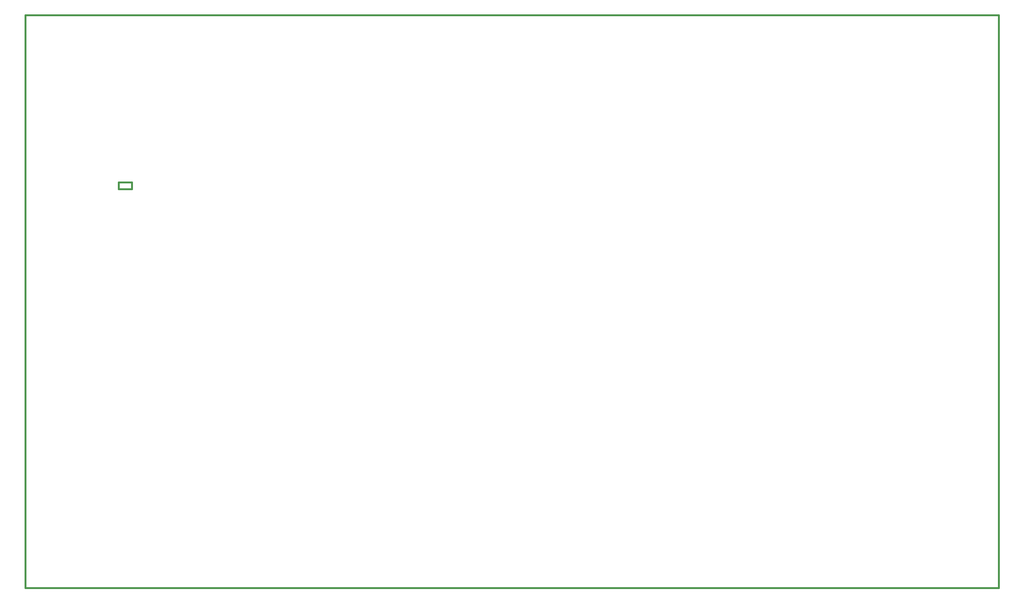
<source format=gko>
%FSLAX33Y33*%
%MOMM*%
%ADD10C,0.381*%
D10*
%LNpath-145*%
G01*
X0Y0D02*
X218200Y0D01*
X218200Y128500*
X0Y128500*
X0Y0*
X20900Y89494D02*
X23900Y89494D01*
X23900Y90994*
X20900Y90994*
X20900Y89494*
%LNmechanical details_traces*%
M02*
</source>
